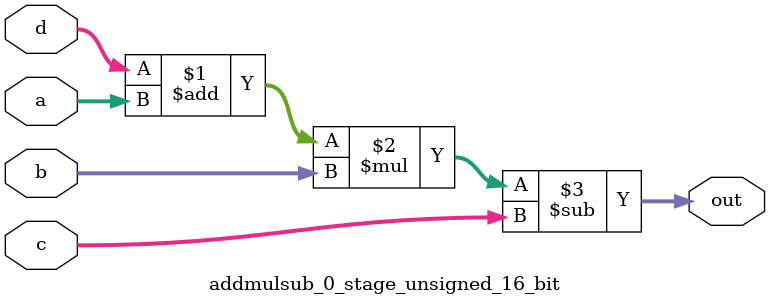
<source format=sv>
(* use_dsp = "yes" *) module addmulsub_0_stage_unsigned_16_bit(
	input  [15:0] a,
	input  [15:0] b,
	input  [15:0] c,
	input  [15:0] d,
	output [15:0] out
	);

	assign out = ((d + a) * b) - c;
endmodule

</source>
